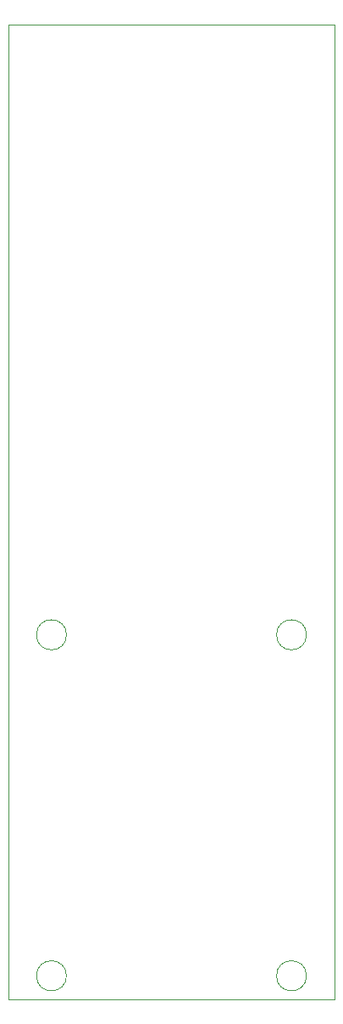
<source format=gbr>
%TF.GenerationSoftware,KiCad,Pcbnew,(5.1.12)-1*%
%TF.CreationDate,2023-05-17T18:58:12-04:00*%
%TF.ProjectId,Final_Design,46696e61-6c5f-4446-9573-69676e2e6b69,rev?*%
%TF.SameCoordinates,Original*%
%TF.FileFunction,Profile,NP*%
%FSLAX46Y46*%
G04 Gerber Fmt 4.6, Leading zero omitted, Abs format (unit mm)*
G04 Created by KiCad (PCBNEW (5.1.12)-1) date 2023-05-17 18:58:12*
%MOMM*%
%LPD*%
G01*
G04 APERTURE LIST*
%TA.AperFunction,Profile*%
%ADD10C,0.050000*%
%TD*%
G04 APERTURE END LIST*
D10*
X97200000Y-27000000D02*
X97200000Y-29800000D01*
X129800000Y-27000000D02*
X97200000Y-27000000D01*
X129800000Y-29800000D02*
X129800000Y-27000000D01*
X97200000Y-29800000D02*
X97200000Y-124200000D01*
X129800000Y-29800000D02*
X129800000Y-124200000D01*
X97200000Y-124200000D02*
X129800000Y-124200000D01*
X103000000Y-121850000D02*
G75*
G03*
X103000000Y-121850000I-1500000J0D01*
G01*
X127000000Y-121850000D02*
G75*
G03*
X127000000Y-121850000I-1500000J0D01*
G01*
X127000000Y-87850000D02*
G75*
G03*
X127000000Y-87850000I-1500000J0D01*
G01*
X103000000Y-87850000D02*
G75*
G03*
X103000000Y-87850000I-1500000J0D01*
G01*
M02*

</source>
